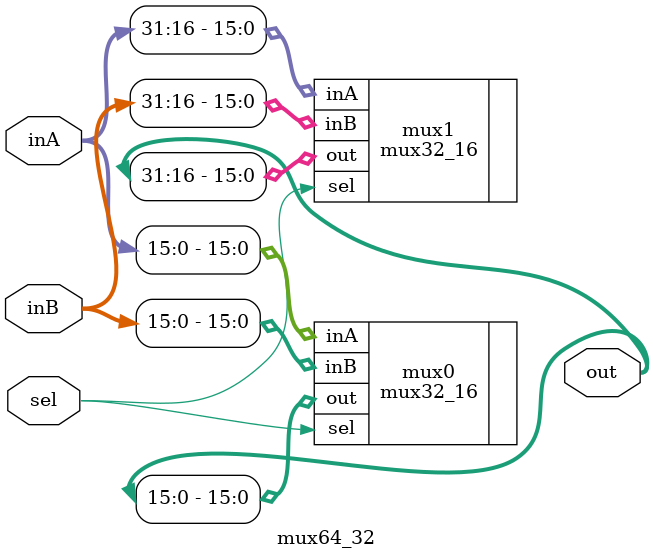
<source format=v>
module mux64_32 (inA, inB, sel, out);

    input [31:0] inA;
    input [31:0] inB;
    input sel;
    
    output [31:0] out;
    
    mux32_16 mux0 (.inA(inA[15:0]), .inB(inB[15:0]), .sel(sel), .out(out[15:0]));
    mux32_16 mux1 (.inA(inA[31:16]), .inB(inB[31:16]), .sel(sel), .out(out[31:16]));
    
endmodule

</source>
